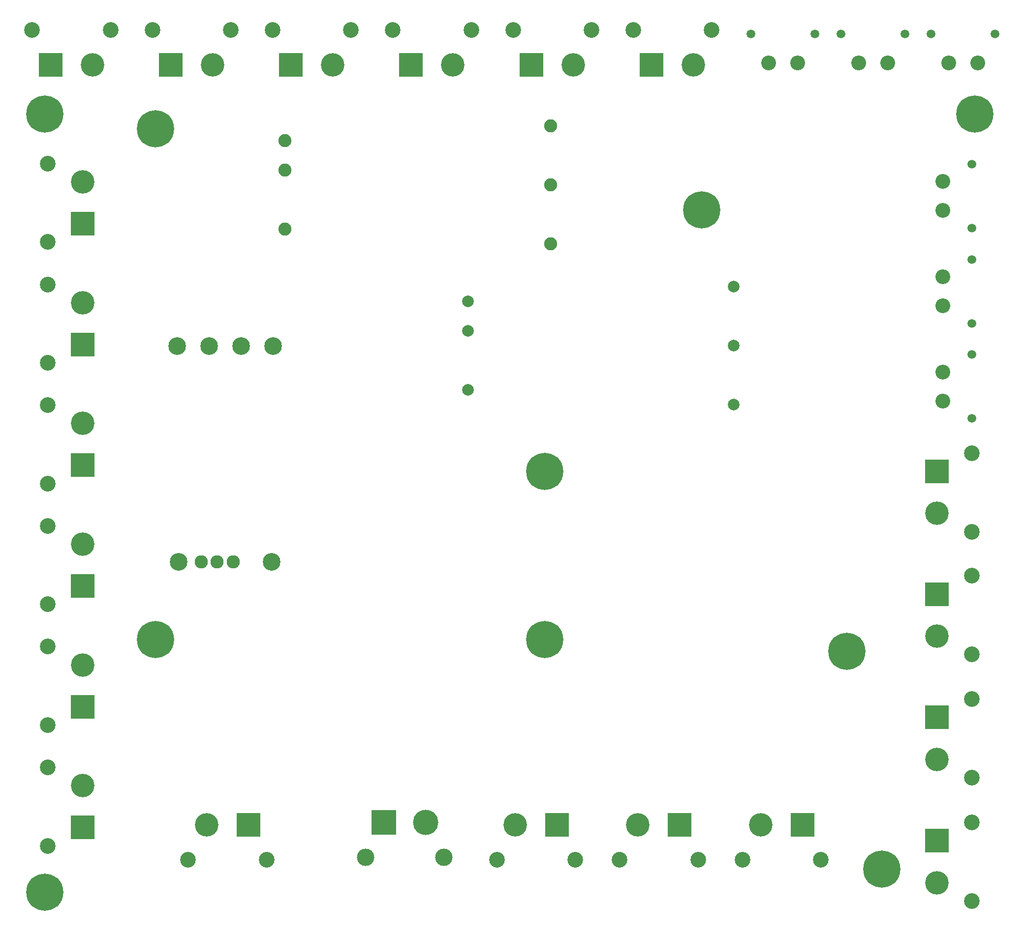
<source format=gbr>
%TF.GenerationSoftware,KiCad,Pcbnew,9.0.2*%
%TF.CreationDate,2025-07-22T14:00:08+09:00*%
%TF.ProjectId,Power_Distribution_Board,506f7765-725f-4446-9973-747269627574,rev?*%
%TF.SameCoordinates,Original*%
%TF.FileFunction,Soldermask,Bot*%
%TF.FilePolarity,Negative*%
%FSLAX46Y46*%
G04 Gerber Fmt 4.6, Leading zero omitted, Abs format (unit mm)*
G04 Created by KiCad (PCBNEW 9.0.2) date 2025-07-22 14:00:08*
%MOMM*%
%LPD*%
G01*
G04 APERTURE LIST*
%ADD10C,6.400000*%
%ADD11R,4.050000X4.050000*%
%ADD12C,4.050000*%
%ADD13C,2.700000*%
%ADD14C,2.550000*%
%ADD15C,1.500000*%
%ADD16R,4.350000X4.350000*%
%ADD17C,4.350000*%
%ADD18C,3.000000*%
%ADD19C,2.000000*%
%ADD20C,2.250000*%
%ADD21C,3.045000*%
%ADD22C,2.280000*%
G04 APERTURE END LIST*
D10*
%TO.C,H9*%
X177000000Y-89000000D03*
%TD*%
D11*
%TO.C,J6*%
X64970000Y-64000000D03*
D12*
X72170000Y-64000000D03*
D13*
X61820000Y-58000000D03*
X75320000Y-58000000D03*
%TD*%
D11*
%TO.C,J24*%
X173225000Y-194925000D03*
D12*
X166025000Y-194925000D03*
D13*
X176375000Y-200925000D03*
X162875000Y-200925000D03*
%TD*%
D10*
%TO.C,H5*%
X150000000Y-134000000D03*
%TD*%
%TO.C,H6*%
X83000000Y-75000000D03*
%TD*%
D11*
%TO.C,J27*%
X127010000Y-64000000D03*
D12*
X134210000Y-64000000D03*
D13*
X123860000Y-58000000D03*
X137360000Y-58000000D03*
%TD*%
D11*
%TO.C,J13*%
X168370000Y-64000000D03*
D12*
X175570000Y-64000000D03*
D13*
X165220000Y-58000000D03*
X178720000Y-58000000D03*
%TD*%
D11*
%TO.C,J11*%
X99000000Y-194925000D03*
D12*
X91800000Y-194925000D03*
D13*
X102150000Y-200925000D03*
X88650000Y-200925000D03*
%TD*%
D14*
%TO.C,J19*%
X218500000Y-100500000D03*
X218500000Y-105500000D03*
D15*
X223500000Y-97500000D03*
X223500000Y-108500000D03*
%TD*%
D11*
%TO.C,J1*%
X70500000Y-153760000D03*
D12*
X70500000Y-146560000D03*
D13*
X64500000Y-156910000D03*
X64500000Y-143410000D03*
%TD*%
D10*
%TO.C,H7*%
X83000000Y-163000000D03*
%TD*%
D11*
%TO.C,J4*%
X152100000Y-194925000D03*
D12*
X144900000Y-194925000D03*
D13*
X155250000Y-200925000D03*
X141750000Y-200925000D03*
%TD*%
D11*
%TO.C,J8*%
X70500000Y-112170001D03*
D12*
X70500000Y-104970001D03*
D13*
X64500000Y-115320001D03*
X64500000Y-101820001D03*
%TD*%
D11*
%TO.C,J7*%
X70500000Y-91375001D03*
D12*
X70500000Y-84175001D03*
D13*
X64500000Y-94525001D03*
X64500000Y-81025001D03*
%TD*%
D14*
%TO.C,J20*%
X218500000Y-116900000D03*
X218500000Y-121900000D03*
D15*
X223500000Y-113900000D03*
X223500000Y-124900000D03*
%TD*%
D10*
%TO.C,H3*%
X64000000Y-206500000D03*
%TD*%
%TO.C,H4*%
X208000000Y-202500000D03*
%TD*%
D14*
%TO.C,J17*%
X219500000Y-63637500D03*
X224500000Y-63637500D03*
D15*
X216500000Y-58637500D03*
X227500000Y-58637500D03*
%TD*%
D14*
%TO.C,J16*%
X204000000Y-63637500D03*
X209000000Y-63637500D03*
D15*
X201000000Y-58637500D03*
X212000000Y-58637500D03*
%TD*%
D10*
%TO.C,H1*%
X224000000Y-72500000D03*
%TD*%
D11*
%TO.C,J10*%
X217500000Y-134050000D03*
D12*
X217500000Y-141250000D03*
D13*
X223500000Y-130900000D03*
X223500000Y-144400000D03*
%TD*%
D16*
%TO.C,PS1*%
X122300000Y-194500000D03*
D17*
X129500000Y-194500000D03*
D18*
X119150000Y-200500000D03*
X132650000Y-200500000D03*
%TD*%
D11*
%TO.C,J14*%
X217500000Y-155150000D03*
D12*
X217500000Y-162350000D03*
D13*
X223500000Y-152000000D03*
X223500000Y-165500000D03*
%TD*%
D10*
%TO.C,H2*%
X64000000Y-72500000D03*
%TD*%
%TO.C,H8*%
X150000000Y-163000000D03*
%TD*%
D14*
%TO.C,J18*%
X218500000Y-84100000D03*
X218500000Y-89100000D03*
D15*
X223500000Y-81100000D03*
X223500000Y-92100000D03*
%TD*%
D11*
%TO.C,J26*%
X106330000Y-64000000D03*
D12*
X113530000Y-64000000D03*
D13*
X103180000Y-58000000D03*
X116680000Y-58000000D03*
%TD*%
D11*
%TO.C,J2*%
X217500000Y-197650000D03*
D12*
X217500000Y-204850000D03*
D13*
X223500000Y-194500000D03*
X223500000Y-208000000D03*
%TD*%
D11*
%TO.C,J22*%
X70500000Y-174555000D03*
D12*
X70500000Y-167355000D03*
D13*
X64500000Y-177705000D03*
X64500000Y-164205000D03*
%TD*%
D11*
%TO.C,J21*%
X194350000Y-194925000D03*
D12*
X187150000Y-194925000D03*
D13*
X197500000Y-200925000D03*
X184000000Y-200925000D03*
%TD*%
D11*
%TO.C,J23*%
X217500000Y-176400000D03*
D12*
X217500000Y-183600000D03*
D13*
X223500000Y-173250000D03*
X223500000Y-186750000D03*
%TD*%
D11*
%TO.C,J25*%
X85650000Y-64000000D03*
D12*
X92850000Y-64000000D03*
D13*
X82500000Y-58000000D03*
X96000000Y-58000000D03*
%TD*%
D11*
%TO.C,J12*%
X147690000Y-64000000D03*
D12*
X154890000Y-64000000D03*
D13*
X144540000Y-58000000D03*
X158040000Y-58000000D03*
%TD*%
D14*
%TO.C,J15*%
X188500000Y-63637500D03*
X193500000Y-63637500D03*
D15*
X185500000Y-58637500D03*
X196500000Y-58637500D03*
%TD*%
D10*
%TO.C,H10*%
X202000000Y-165000000D03*
%TD*%
D11*
%TO.C,J9*%
X70500000Y-132965001D03*
D12*
X70500000Y-125765001D03*
D13*
X64500000Y-136115001D03*
X64500000Y-122615001D03*
%TD*%
D11*
%TO.C,J3*%
X70500000Y-195350000D03*
D12*
X70500000Y-188150000D03*
D13*
X64500000Y-198500000D03*
X64500000Y-185000000D03*
%TD*%
D19*
%TO.C,PS2*%
X136780000Y-104719999D03*
X136780000Y-109799999D03*
X136780000Y-119959999D03*
X182500000Y-102179999D03*
X182500000Y-112339999D03*
X182500000Y-122499999D03*
%TD*%
D20*
%TO.C,PS3*%
X105280000Y-77082500D03*
X105280000Y-82162500D03*
X105280000Y-92322500D03*
X151000000Y-94862500D03*
X151000000Y-84702500D03*
X151000000Y-74542500D03*
%TD*%
D21*
%TO.C,J5*%
X103000000Y-149600000D03*
X103250000Y-112400000D03*
D22*
X96380000Y-149600000D03*
D21*
X97750000Y-112400000D03*
D22*
X93620000Y-149600000D03*
D21*
X92250000Y-112400000D03*
D22*
X90870000Y-149600000D03*
D21*
X86750000Y-112400000D03*
X87000000Y-149600000D03*
%TD*%
M02*

</source>
